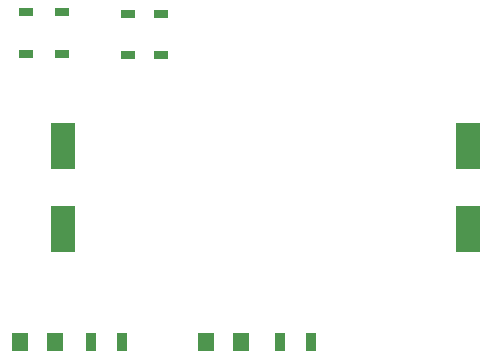
<source format=gtp>
%TF.GenerationSoftware,Altium Limited,Altium Designer,23.7.1 (13)*%
G04 Layer_Color=8421504*
%FSLAX45Y45*%
%MOMM*%
%TF.SameCoordinates,4FC3C7EC-8D88-42E2-AD13-77C46488DAC4*%
%TF.FilePolarity,Positive*%
%TF.FileFunction,Paste,Top*%
%TF.Part,Single*%
G01*
G75*
%TA.AperFunction,SMDPad,CuDef*%
%ADD10R,1.19380X0.66040*%
%ADD11R,1.40000X1.60000*%
%ADD12R,2.00000X4.00000*%
%ADD13R,0.90000X1.55000*%
D10*
X7886700Y3274060D02*
D03*
Y2923540D02*
D03*
X7607300D02*
D03*
Y3274060D02*
D03*
X6743700Y3286760D02*
D03*
Y2936240D02*
D03*
X7048500Y3286760D02*
D03*
Y2936240D02*
D03*
D11*
X8570100Y495300D02*
D03*
X8270100D02*
D03*
X6695300D02*
D03*
X6995300D02*
D03*
D12*
X7061200Y1448400D02*
D03*
Y2158400D02*
D03*
X10490200Y1448400D02*
D03*
Y2158400D02*
D03*
D13*
X8897200Y495300D02*
D03*
X9162200D02*
D03*
X7297000D02*
D03*
X7562000D02*
D03*
%TF.MD5,9ca67c62fb9734e87b5f23fba777f909*%
M02*

</source>
